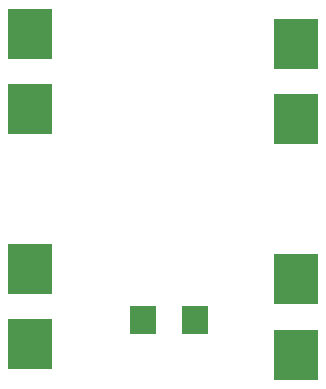
<source format=gtp>
G04*
G04 #@! TF.GenerationSoftware,Altium Limited,Altium Designer,24.1.2 (44)*
G04*
G04 Layer_Color=8421504*
%FSLAX44Y44*%
%MOMM*%
G71*
G04*
G04 #@! TF.SameCoordinates,F43E2160-E374-468F-ACC1-47B17D48A15B*
G04*
G04*
G04 #@! TF.FilePolarity,Positive*
G04*
G01*
G75*
%ADD13R,3.8100X4.2418*%
%ADD14R,2.2098X2.3622*%
D13*
X137414Y122555D02*
D03*
Y186309D02*
D03*
Y321945D02*
D03*
Y385699D02*
D03*
X362712Y177673D02*
D03*
Y113919D02*
D03*
Y377317D02*
D03*
Y313563D02*
D03*
D14*
X232967Y143510D02*
D03*
X277065D02*
D03*
M02*

</source>
